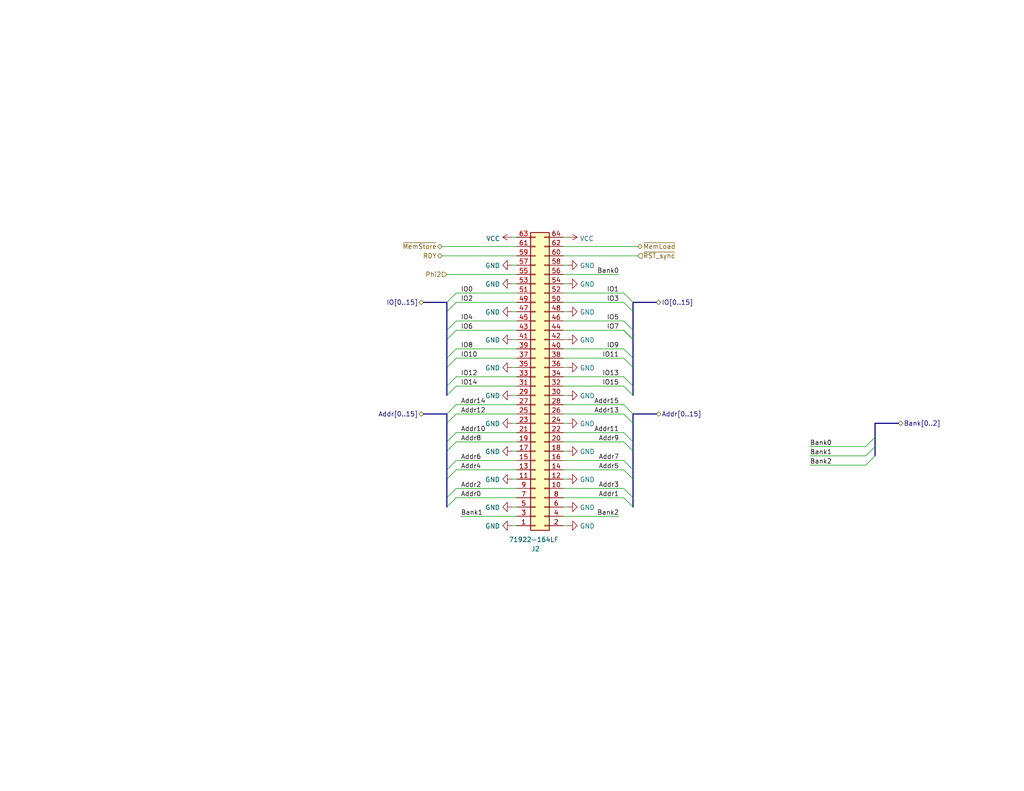
<source format=kicad_sch>
(kicad_sch (version 20230121) (generator eeschema)
  (paper "USLetter")
  (title_block (title "System Bus Connector") (date "2022-04-12") (rev "A (584b6b4f)") (comment 4 "Peripheral devices on separate boards connect to the system bus here."))
  (lib_symbols
    (symbol "Connector_Generic:Conn_02x32_Odd_Even" (pin_names (offset 1.016) hide)
      (property "Reference" "J" (at 1.27 40.64 0))
      (property "Value" "Conn_02x32_Odd_Even" (at 1.27 -43.18 0))
      (symbol "Conn_02x32_Odd_Even_1_1"
        (rectangle (start -1.27 -40.513) (end 0 -40.767) (stroke (width 0.1524)))
        (rectangle (start -1.27 -37.973) (end 0 -38.227) (stroke (width 0.1524)))
        (rectangle (start -1.27 -35.433) (end 0 -35.687) (stroke (width 0.1524)))
        (rectangle (start -1.27 -32.893) (end 0 -33.147) (stroke (width 0.1524)))
        (rectangle (start -1.27 -30.353) (end 0 -30.607) (stroke (width 0.1524)))
        (rectangle (start -1.27 -27.813) (end 0 -28.067) (stroke (width 0.1524)))
        (rectangle (start -1.27 -25.273) (end 0 -25.527) (stroke (width 0.1524)))
        (rectangle (start -1.27 -22.733) (end 0 -22.987) (stroke (width 0.1524)))
        (rectangle (start -1.27 -20.193) (end 0 -20.447) (stroke (width 0.1524)))
        (rectangle (start -1.27 -17.653) (end 0 -17.907) (stroke (width 0.1524)))
        (rectangle (start -1.27 -15.113) (end 0 -15.367) (stroke (width 0.1524)))
        (rectangle (start -1.27 -12.573) (end 0 -12.827) (stroke (width 0.1524)))
        (rectangle (start -1.27 -10.033) (end 0 -10.287) (stroke (width 0.1524)))
        (rectangle (start -1.27 -7.493) (end 0 -7.747) (stroke (width 0.1524)))
        (rectangle (start -1.27 -4.953) (end 0 -5.207) (stroke (width 0.1524)))
        (rectangle (start -1.27 -2.413) (end 0 -2.667) (stroke (width 0.1524)))
        (rectangle (start -1.27 0.127) (end 0 -0.127) (stroke (width 0.1524)))
        (rectangle (start -1.27 2.667) (end 0 2.413) (stroke (width 0.1524)))
        (rectangle (start -1.27 5.207) (end 0 4.953) (stroke (width 0.1524)))
        (rectangle (start -1.27 7.747) (end 0 7.493) (stroke (width 0.1524)))
        (rectangle (start -1.27 10.287) (end 0 10.033) (stroke (width 0.1524)))
        (rectangle (start -1.27 12.827) (end 0 12.573) (stroke (width 0.1524)))
        (rectangle (start -1.27 15.367) (end 0 15.113) (stroke (width 0.1524)))
        (rectangle (start -1.27 17.907) (end 0 17.653) (stroke (width 0.1524)))
        (rectangle (start -1.27 20.447) (end 0 20.193) (stroke (width 0.1524)))
        (rectangle (start -1.27 22.987) (end 0 22.733) (stroke (width 0.1524)))
        (rectangle (start -1.27 25.527) (end 0 25.273) (stroke (width 0.1524)))
        (rectangle (start -1.27 28.067) (end 0 27.813) (stroke (width 0.1524)))
        (rectangle (start -1.27 30.607) (end 0 30.353) (stroke (width 0.1524)))
        (rectangle (start -1.27 33.147) (end 0 32.893) (stroke (width 0.1524)))
        (rectangle (start -1.27 35.687) (end 0 35.433) (stroke (width 0.1524)))
        (rectangle (start -1.27 38.227) (end 0 37.973) (stroke (width 0.1524)))
        (rectangle (start -1.27 39.37) (end 3.81 -41.91) (stroke (width 0.254)) (fill (type background)))
        (rectangle (start 3.81 -40.513) (end 2.54 -40.767) (stroke (width 0.1524)))
        (rectangle (start 3.81 -37.973) (end 2.54 -38.227) (stroke (width 0.1524)))
        (rectangle (start 3.81 -35.433) (end 2.54 -35.687) (stroke (width 0.1524)))
        (rectangle (start 3.81 -32.893) (end 2.54 -33.147) (stroke (width 0.1524)))
        (rectangle (start 3.81 -30.353) (end 2.54 -30.607) (stroke (width 0.1524)))
        (rectangle (start 3.81 -27.813) (end 2.54 -28.067) (stroke (width 0.1524)))
        (rectangle (start 3.81 -25.273) (end 2.54 -25.527) (stroke (width 0.1524)))
        (rectangle (start 3.81 -22.733) (end 2.54 -22.987) (stroke (width 0.1524)))
        (rectangle (start 3.81 -20.193) (end 2.54 -20.447) (stroke (width 0.1524)))
        (rectangle (start 3.81 -17.653) (end 2.54 -17.907) (stroke (width 0.1524)))
        (rectangle (start 3.81 -15.113) (end 2.54 -15.367) (stroke (width 0.1524)))
        (rectangle (start 3.81 -12.573) (end 2.54 -12.827) (stroke (width 0.1524)))
        (rectangle (start 3.81 -10.033) (end 2.54 -10.287) (stroke (width 0.1524)))
        (rectangle (start 3.81 -7.493) (end 2.54 -7.747) (stroke (width 0.1524)))
        (rectangle (start 3.81 -4.953) (end 2.54 -5.207) (stroke (width 0.1524)))
        (rectangle (start 3.81 -2.413) (end 2.54 -2.667) (stroke (width 0.1524)))
        (rectangle (start 3.81 0.127) (end 2.54 -0.127) (stroke (width 0.1524)))
        (rectangle (start 3.81 2.667) (end 2.54 2.413) (stroke (width 0.1524)))
        (rectangle (start 3.81 5.207) (end 2.54 4.953) (stroke (width 0.1524)))
        (rectangle (start 3.81 7.747) (end 2.54 7.493) (stroke (width 0.1524)))
        (rectangle (start 3.81 10.287) (end 2.54 10.033) (stroke (width 0.1524)))
        (rectangle (start 3.81 12.827) (end 2.54 12.573) (stroke (width 0.1524)))
        (rectangle (start 3.81 15.367) (end 2.54 15.113) (stroke (width 0.1524)))
        (rectangle (start 3.81 17.907) (end 2.54 17.653) (stroke (width 0.1524)))
        (rectangle (start 3.81 20.447) (end 2.54 20.193) (stroke (width 0.1524)))
        (rectangle (start 3.81 22.987) (end 2.54 22.733) (stroke (width 0.1524)))
        (rectangle (start 3.81 25.527) (end 2.54 25.273) (stroke (width 0.1524)))
        (rectangle (start 3.81 28.067) (end 2.54 27.813) (stroke (width 0.1524)))
        (rectangle (start 3.81 30.607) (end 2.54 30.353) (stroke (width 0.1524)))
        (rectangle (start 3.81 33.147) (end 2.54 32.893) (stroke (width 0.1524)))
        (rectangle (start 3.81 35.687) (end 2.54 35.433) (stroke (width 0.1524)))
        (rectangle (start 3.81 38.227) (end 2.54 37.973) (stroke (width 0.1524)))
        (pin passive line (at -5.08 38.1 0) (length 3.81) (name "Pin_1") (number "1"))
        (pin passive line (at 7.62 27.94 180) (length 3.81) (name "Pin_10") (number "10"))
        (pin passive line (at -5.08 25.4 0) (length 3.81) (name "Pin_11") (number "11"))
        (pin passive line (at 7.62 25.4 180) (length 3.81) (name "Pin_12") (number "12"))
        (pin passive line (at -5.08 22.86 0) (length 3.81) (name "Pin_13") (number "13"))
        (pin passive line (at 7.62 22.86 180) (length 3.81) (name "Pin_14") (number "14"))
        (pin passive line (at -5.08 20.32 0) (length 3.81) (name "Pin_15") (number "15"))
        (pin passive line (at 7.62 20.32 180) (length 3.81) (name "Pin_16") (number "16"))
        (pin passive line (at -5.08 17.78 0) (length 3.81) (name "Pin_17") (number "17"))
        (pin passive line (at 7.62 17.78 180) (length 3.81) (name "Pin_18") (number "18"))
        (pin passive line (at -5.08 15.24 0) (length 3.81) (name "Pin_19") (number "19"))
        (pin passive line (at 7.62 38.1 180) (length 3.81) (name "Pin_2") (number "2"))
        (pin passive line (at 7.62 15.24 180) (length 3.81) (name "Pin_20") (number "20"))
        (pin passive line (at -5.08 12.7 0) (length 3.81) (name "Pin_21") (number "21"))
        (pin passive line (at 7.62 12.7 180) (length 3.81) (name "Pin_22") (number "22"))
        (pin passive line (at -5.08 10.16 0) (length 3.81) (name "Pin_23") (number "23"))
        (pin passive line (at 7.62 10.16 180) (length 3.81) (name "Pin_24") (number "24"))
        (pin passive line (at -5.08 7.62 0) (length 3.81) (name "Pin_25") (number "25"))
        (pin passive line (at 7.62 7.62 180) (length 3.81) (name "Pin_26") (number "26"))
        (pin passive line (at -5.08 5.08 0) (length 3.81) (name "Pin_27") (number "27"))
        (pin passive line (at 7.62 5.08 180) (length 3.81) (name "Pin_28") (number "28"))
        (pin passive line (at -5.08 2.54 0) (length 3.81) (name "Pin_29") (number "29"))
        (pin passive line (at -5.08 35.56 0) (length 3.81) (name "Pin_3") (number "3"))
        (pin passive line (at 7.62 2.54 180) (length 3.81) (name "Pin_30") (number "30"))
        (pin passive line (at -5.08 0 0) (length 3.81) (name "Pin_31") (number "31"))
        (pin passive line (at 7.62 0 180) (length 3.81) (name "Pin_32") (number "32"))
        (pin passive line (at -5.08 -2.54 0) (length 3.81) (name "Pin_33") (number "33"))
        (pin passive line (at 7.62 -2.54 180) (length 3.81) (name "Pin_34") (number "34"))
        (pin passive line (at -5.08 -5.08 0) (length 3.81) (name "Pin_35") (number "35"))
        (pin passive line (at 7.62 -5.08 180) (length 3.81) (name "Pin_36") (number "36"))
        (pin passive line (at -5.08 -7.62 0) (length 3.81) (name "Pin_37") (number "37"))
        (pin passive line (at 7.62 -7.62 180) (length 3.81) (name "Pin_38") (number "38"))
        (pin passive line (at -5.08 -10.16 0) (length 3.81) (name "Pin_39") (number "39"))
        (pin passive line (at 7.62 35.56 180) (length 3.81) (name "Pin_4") (number "4"))
        (pin passive line (at 7.62 -10.16 180) (length 3.81) (name "Pin_40") (number "40"))
        (pin passive line (at -5.08 -12.7 0) (length 3.81) (name "Pin_41") (number "41"))
        (pin passive line (at 7.62 -12.7 180) (length 3.81) (name "Pin_42") (number "42"))
        (pin passive line (at -5.08 -15.24 0) (length 3.81) (name "Pin_43") (number "43"))
        (pin passive line (at 7.62 -15.24 180) (length 3.81) (name "Pin_44") (number "44"))
        (pin passive line (at -5.08 -17.78 0) (length 3.81) (name "Pin_45") (number "45"))
        (pin passive line (at 7.62 -17.78 180) (length 3.81) (name "Pin_46") (number "46"))
        (pin passive line (at -5.08 -20.32 0) (length 3.81) (name "Pin_47") (number "47"))
        (pin passive line (at 7.62 -20.32 180) (length 3.81) (name "Pin_48") (number "48"))
        (pin passive line (at -5.08 -22.86 0) (length 3.81) (name "Pin_49") (number "49"))
        (pin passive line (at -5.08 33.02 0) (length 3.81) (name "Pin_5") (number "5"))
        (pin passive line (at 7.62 -22.86 180) (length 3.81) (name "Pin_50") (number "50"))
        (pin passive line (at -5.08 -25.4 0) (length 3.81) (name "Pin_51") (number "51"))
        (pin passive line (at 7.62 -25.4 180) (length 3.81) (name "Pin_52") (number "52"))
        (pin passive line (at -5.08 -27.94 0) (length 3.81) (name "Pin_53") (number "53"))
        (pin passive line (at 7.62 -27.94 180) (length 3.81) (name "Pin_54") (number "54"))
        (pin passive line (at -5.08 -30.48 0) (length 3.81) (name "Pin_55") (number "55"))
        (pin passive line (at 7.62 -30.48 180) (length 3.81) (name "Pin_56") (number "56"))
        (pin passive line (at -5.08 -33.02 0) (length 3.81) (name "Pin_57") (number "57"))
        (pin passive line (at 7.62 -33.02 180) (length 3.81) (name "Pin_58") (number "58"))
        (pin passive line (at -5.08 -35.56 0) (length 3.81) (name "Pin_59") (number "59"))
        (pin passive line (at 7.62 33.02 180) (length 3.81) (name "Pin_6") (number "6"))
        (pin passive line (at 7.62 -35.56 180) (length 3.81) (name "Pin_60") (number "60"))
        (pin passive line (at -5.08 -38.1 0) (length 3.81) (name "Pin_61") (number "61"))
        (pin passive line (at 7.62 -38.1 180) (length 3.81) (name "Pin_62") (number "62"))
        (pin passive line (at -5.08 -40.64 0) (length 3.81) (name "Pin_63") (number "63"))
        (pin passive line (at 7.62 -40.64 180) (length 3.81) (name "Pin_64") (number "64"))
        (pin passive line (at -5.08 30.48 0) (length 3.81) (name "Pin_7") (number "7"))
        (pin passive line (at 7.62 30.48 180) (length 3.81) (name "Pin_8") (number "8"))
        (pin passive line (at -5.08 27.94 0) (length 3.81) (name "Pin_9") (number "9"))
      )
    )
    (symbol "power:GND" (power) (pin_names (offset 0))
      (property "Value" "GND" (at 0 -3.81 0))
      (symbol "GND_0_1"
        (polyline (pts (xy 0 0) (xy 0 -1.27) (xy 1.27 -1.27) (xy 0 -2.54) (xy -1.27 -1.27) (xy 0 -1.27)))
      )
      (symbol "GND_1_1"
        (pin power_in line (at 0 0 270) (length 0) hide (name "GND") (number "1"))
      )
    )
    (symbol "power:VCC" (power) (pin_names (offset 0))
      (property "Value" "VCC" (at 0 3.81 0))
      (symbol "VCC_0_1"
        (polyline (pts (xy -0.762 1.27) (xy 0 2.54)))
        (polyline (pts (xy 0 0) (xy 0 2.54)))
        (polyline (pts (xy 0 2.54) (xy 0.762 1.27)))
      )
      (symbol "VCC_1_1"
        (pin power_in line (at 0 0 90) (length 0) hide (name "VCC") (number "1"))
      )
    )
  )
  (bus_entry (at 124.46 102.87) (size -2.54 2.54))
  (bus_entry (at 170.18 80.01) (size 2.54 2.54))
  (bus_entry (at 172.72 130.81) (size -2.54 -2.54))
  (bus_entry (at 124.46 110.49) (size -2.54 2.54))
  (bus_entry (at 172.72 120.65) (size -2.54 -2.54))
  (bus_entry (at 124.46 82.55) (size -2.54 2.54))
  (bus_entry (at 124.46 133.35) (size -2.54 2.54))
  (bus_entry (at 236.22 124.46) (size 2.54 -2.54))
  (bus_entry (at 172.72 123.19) (size -2.54 -2.54))
  (bus_entry (at 170.18 90.17) (size 2.54 2.54))
  (bus_entry (at 124.46 87.63) (size -2.54 2.54))
  (bus_entry (at 172.72 135.89) (size -2.54 -2.54))
  (bus_entry (at 170.18 90.17) (size 2.54 2.54))
  (bus_entry (at 172.72 115.57) (size -2.54 -2.54))
  (bus_entry (at 170.18 102.87) (size 2.54 2.54))
  (bus_entry (at 124.46 135.89) (size -2.54 2.54))
  (bus_entry (at 124.46 113.03) (size -2.54 2.54))
  (bus_entry (at 124.46 105.41) (size -2.54 2.54))
  (bus_entry (at 170.18 87.63) (size 2.54 2.54))
  (bus_entry (at 170.18 95.25) (size 2.54 2.54))
  (bus_entry (at 124.46 118.11) (size -2.54 2.54))
  (bus_entry (at 124.46 97.79) (size -2.54 2.54))
  (bus_entry (at 236.22 127) (size 2.54 -2.54))
  (bus_entry (at 124.46 125.73) (size -2.54 2.54))
  (bus_entry (at 172.72 138.43) (size -2.54 -2.54))
  (bus_entry (at 236.22 121.92) (size 2.54 -2.54))
  (bus_entry (at 170.18 105.41) (size 2.54 2.54))
  (bus_entry (at 172.72 113.03) (size -2.54 -2.54))
  (bus_entry (at 124.46 95.25) (size -2.54 2.54))
  (bus_entry (at 170.18 82.55) (size 2.54 2.54))
  (bus_entry (at 124.46 128.27) (size -2.54 2.54))
  (bus_entry (at 124.46 120.65) (size -2.54 2.54))
  (bus_entry (at 170.18 97.79) (size 2.54 2.54))
  (bus_entry (at 172.72 128.27) (size -2.54 -2.54))
  (bus_entry (at 124.46 90.17) (size -2.54 2.54))
  (bus_entry (at 124.46 80.01) (size -2.54 2.54))
  (wire (pts (xy 124.46 118.11) (xy 140.97 118.11)))
  (bus (pts (xy 172.72 130.81) (xy 172.72 135.89)))
  (wire (pts (xy 154.94 100.33) (xy 153.67 100.33)))
  (bus (pts (xy 121.92 85.09) (xy 121.92 90.17)))
  (wire (pts (xy 153.67 105.41) (xy 170.18 105.41)))
  (wire (pts (xy 153.67 102.87) (xy 170.18 102.87)))
  (bus (pts (xy 121.92 97.79) (xy 121.92 100.33)))
  (wire (pts (xy 170.18 125.73) (xy 153.67 125.73)))
  (wire (pts (xy 125.73 140.97) (xy 140.97 140.97)))
  (bus (pts (xy 121.92 120.65) (xy 121.92 123.19)))
  (bus (pts (xy 172.72 113.03) (xy 172.72 115.57)))
  (wire (pts (xy 124.46 82.55) (xy 140.97 82.55)))
  (bus (pts (xy 172.72 135.89) (xy 172.72 138.43)))
  (wire (pts (xy 220.98 124.46) (xy 236.22 124.46)))
  (wire (pts (xy 139.7 64.77) (xy 140.97 64.77)))
  (bus (pts (xy 172.72 123.19) (xy 172.72 128.27)))
  (bus (pts (xy 121.92 135.89) (xy 121.92 138.43)))
  (wire (pts (xy 154.94 123.19) (xy 153.67 123.19)))
  (wire (pts (xy 124.46 120.65) (xy 140.97 120.65)))
  (bus (pts (xy 179.07 113.03) (xy 172.72 113.03)))
  (wire (pts (xy 124.46 97.79) (xy 140.97 97.79)))
  (wire (pts (xy 139.7 130.81) (xy 140.97 130.81)))
  (wire (pts (xy 139.7 115.57) (xy 140.97 115.57)))
  (wire (pts (xy 124.46 102.87) (xy 140.97 102.87)))
  (wire (pts (xy 124.46 87.63) (xy 140.97 87.63)))
  (wire (pts (xy 124.46 80.01) (xy 140.97 80.01)))
  (bus (pts (xy 179.07 82.55) (xy 172.72 82.55)))
  (bus (pts (xy 121.92 92.71) (xy 121.92 97.79)))
  (wire (pts (xy 220.98 127) (xy 236.22 127)))
  (bus (pts (xy 172.72 97.79) (xy 172.72 100.33)))
  (bus (pts (xy 121.92 90.17) (xy 121.92 92.71)))
  (bus (pts (xy 121.92 130.81) (xy 121.92 135.89)))
  (bus (pts (xy 115.57 113.03) (xy 121.92 113.03)))
  (wire (pts (xy 121.92 74.93) (xy 140.97 74.93)))
  (wire (pts (xy 170.18 135.89) (xy 153.67 135.89)))
  (wire (pts (xy 140.97 125.73) (xy 124.46 125.73)))
  (wire (pts (xy 139.7 143.51) (xy 140.97 143.51)))
  (wire (pts (xy 139.7 123.19) (xy 140.97 123.19)))
  (wire (pts (xy 139.7 85.09) (xy 140.97 85.09)))
  (bus (pts (xy 172.72 100.33) (xy 172.72 105.41)))
  (wire (pts (xy 153.67 118.11) (xy 170.18 118.11)))
  (bus (pts (xy 121.92 100.33) (xy 121.92 105.41)))
  (wire (pts (xy 154.94 107.95) (xy 153.67 107.95)))
  (bus (pts (xy 172.72 120.65) (xy 172.72 123.19)))
  (wire (pts (xy 154.94 85.09) (xy 153.67 85.09)))
  (wire (pts (xy 153.67 128.27) (xy 170.18 128.27)))
  (wire (pts (xy 139.7 100.33) (xy 140.97 100.33)))
  (bus (pts (xy 172.72 115.57) (xy 172.72 120.65)))
  (bus (pts (xy 115.57 82.55) (xy 121.92 82.55)))
  (wire (pts (xy 170.18 110.49) (xy 153.67 110.49)))
  (wire (pts (xy 124.46 110.49) (xy 140.97 110.49)))
  (wire (pts (xy 153.67 90.17) (xy 170.18 90.17)))
  (wire (pts (xy 139.7 138.43) (xy 140.97 138.43)))
  (wire (pts (xy 170.18 133.35) (xy 153.67 133.35)))
  (bus (pts (xy 238.76 115.57) (xy 238.76 119.38)))
  (wire (pts (xy 153.67 95.25) (xy 170.18 95.25)))
  (bus (pts (xy 121.92 113.03) (xy 121.92 115.57)))
  (wire (pts (xy 170.18 113.03) (xy 153.67 113.03)))
  (wire (pts (xy 124.46 95.25) (xy 140.97 95.25)))
  (wire (pts (xy 153.67 64.77) (xy 154.94 64.77)))
  (wire (pts (xy 170.18 80.01) (xy 153.67 80.01)))
  (wire (pts (xy 139.7 72.39) (xy 140.97 72.39)))
  (wire (pts (xy 124.46 133.35) (xy 140.97 133.35)))
  (wire (pts (xy 120.65 67.31) (xy 140.97 67.31)))
  (wire (pts (xy 154.94 72.39) (xy 153.67 72.39)))
  (bus (pts (xy 172.72 105.41) (xy 172.72 107.95)))
  (wire (pts (xy 153.67 97.79) (xy 170.18 97.79)))
  (wire (pts (xy 139.7 92.71) (xy 140.97 92.71)))
  (wire (pts (xy 154.94 92.71) (xy 153.67 92.71)))
  (wire (pts (xy 140.97 135.89) (xy 124.46 135.89)))
  (bus (pts (xy 172.72 82.55) (xy 172.72 85.09)))
  (bus (pts (xy 121.92 105.41) (xy 121.92 107.95)))
  (wire (pts (xy 153.67 69.85) (xy 173.99 69.85)))
  (bus (pts (xy 238.76 121.92) (xy 238.76 124.46)))
  (bus (pts (xy 121.92 115.57) (xy 121.92 120.65)))
  (wire (pts (xy 173.99 67.31) (xy 153.67 67.31)))
  (wire (pts (xy 154.94 130.81) (xy 153.67 130.81)))
  (wire (pts (xy 139.7 107.95) (xy 140.97 107.95)))
  (wire (pts (xy 124.46 128.27) (xy 140.97 128.27)))
  (wire (pts (xy 140.97 113.03) (xy 124.46 113.03)))
  (bus (pts (xy 172.72 92.71) (xy 172.72 97.79)))
  (bus (pts (xy 172.72 90.17) (xy 172.72 92.71)))
  (bus (pts (xy 172.72 85.09) (xy 172.72 90.17)))
  (wire (pts (xy 170.18 120.65) (xy 153.67 120.65)))
  (bus (pts (xy 238.76 119.38) (xy 238.76 121.92)))
  (wire (pts (xy 154.94 77.47) (xy 153.67 77.47)))
  (wire (pts (xy 124.46 105.41) (xy 140.97 105.41)))
  (wire (pts (xy 153.67 87.63) (xy 170.18 87.63)))
  (wire (pts (xy 154.94 143.51) (xy 153.67 143.51)))
  (wire (pts (xy 170.18 82.55) (xy 153.67 82.55)))
  (bus (pts (xy 245.11 115.57) (xy 238.76 115.57)))
  (bus (pts (xy 121.92 123.19) (xy 121.92 128.27)))
  (wire (pts (xy 220.98 121.92) (xy 236.22 121.92)))
  (wire (pts (xy 124.46 90.17) (xy 140.97 90.17)))
  (wire (pts (xy 120.65 69.85) (xy 140.97 69.85)))
  (wire (pts (xy 154.94 138.43) (xy 153.67 138.43)))
  (wire (pts (xy 154.94 115.57) (xy 153.67 115.57)))
  (wire (pts (xy 168.91 140.97) (xy 153.67 140.97)))
  (bus (pts (xy 121.92 82.55) (xy 121.92 85.09)))
  (bus (pts (xy 121.92 128.27) (xy 121.92 130.81)))
  (bus (pts (xy 172.72 128.27) (xy 172.72 130.81)))
  (wire (pts (xy 139.7 77.47) (xy 140.97 77.47)))
  (wire (pts (xy 168.91 74.93) (xy 153.67 74.93)))
  (label "Bank0" (at 168.91 74.93 180))
  (label "Bank1" (at 125.73 140.97 0))
  (label "Addr13" (at 168.91 113.03 180))
  (label "Addr4" (at 125.73 128.27 0))
  (label "IO10" (at 125.73 97.79 0))
  (label "IO6" (at 125.73 90.17 0))
  (label "Bank2" (at 168.91 140.97 180))
  (label "Addr8" (at 125.73 120.65 0))
  (label "Addr7" (at 168.91 125.73 180))
  (label "IO7" (at 168.91 90.17 180))
  (label "Addr1" (at 168.91 135.89 180))
  (label "Addr5" (at 168.91 128.27 180))
  (label "IO0" (at 125.73 80.01 0))
  (label "Addr15" (at 168.91 110.49 180))
  (label "Addr14" (at 125.73 110.49 0))
  (label "Addr9" (at 168.91 120.65 180))
  (label "IO5" (at 168.91 87.63 180))
  (label "IO15" (at 168.91 105.41 180))
  (label "Addr12" (at 125.73 113.03 0))
  (label "Addr0" (at 125.73 135.89 0))
  (label "IO2" (at 125.73 82.55 0))
  (label "IO9" (at 168.91 95.25 180))
  (label "Bank1" (at 220.98 124.46 0))
  (label "IO11" (at 168.91 97.79 180))
  (label "Addr6" (at 125.73 125.73 0))
  (label "IO13" (at 168.91 102.87 180))
  (label "IO4" (at 125.73 87.63 0))
  (label "Bank2" (at 220.98 127 0))
  (label "IO3" (at 168.91 82.55 180))
  (label "IO8" (at 125.73 95.25 0))
  (label "IO14" (at 125.73 105.41 0))
  (label "Addr10" (at 125.73 118.11 0))
  (label "Addr3" (at 168.91 133.35 180))
  (label "Bank0" (at 220.98 121.92 0))
  (label "IO12" (at 125.73 102.87 0))
  (label "Addr2" (at 125.73 133.35 0))
  (label "Addr11" (at 168.91 118.11 180))
  (label "IO1" (at 168.91 80.01 180))
  (hierarchical_label "~{MemStore}" (shape tri_state) (at 120.65 67.31 180))
  (hierarchical_label "~{RST_sync}" (shape input) (at 173.99 69.85 0))
  (hierarchical_label "RDY" (shape bidirectional) (at 120.65 69.85 180))
  (hierarchical_label "IO[0..15]" (shape tri_state) (at 179.07 82.55 0))
  (hierarchical_label "Addr[0..15]" (shape tri_state) (at 115.57 113.03 180))
  (hierarchical_label "~{MemLoad}" (shape tri_state) (at 173.99 67.31 0))
  (hierarchical_label "IO[0..15]" (shape tri_state) (at 115.57 82.55 180))
  (hierarchical_label "Addr[0..15]" (shape tri_state) (at 179.07 113.03 0))
  (hierarchical_label "Bank[0..2]" (shape tri_state) (at 245.11 115.57 0))
  (hierarchical_label "Phi2" (shape input) (at 121.92 74.93 180))
  (symbol (lib_id "Connector_Generic:Conn_02x32_Odd_Even") (at 146.05 105.41 0) (mirror x) (unit 1)
    (property "Reference" "J2" (at 147.32 149.86 0) (effects (justify right)))
    (property "Value" "71922-164LF" (at 152.4 147.32 0) (effects (justify right)))
    (property "Footprint" "Connector_IDC:IDC-Header_2x32_P2.54mm_Horizontal" (effects hide))
    (property "Mouser" "https://www.mouser.com/ProductDetail/Amphenol-FCI/71922-164LF?qs=sGAEpiMZZMtXHE36kCvv3%2FocQ30y1qC0" (effects hide))
  )
  (symbol (lib_id "power:GND") (at 154.94 138.43 90) (mirror x) (unit 1)
    (property "Reference" "#PWR034" (effects hide))
    (property "Value" "GND" (at 158.1912 138.557 90) (effects (justify right)))
  )
  (symbol (lib_id "power:GND") (at 139.7 72.39 270) (unit 1)
    (property "Reference" "#PWR013" (effects hide))
    (property "Value" "GND" (at 136.4488 72.517 90) (effects (justify right)))
  )
  (symbol (lib_id "power:GND") (at 154.94 85.09 90) (mirror x) (unit 1)
    (property "Reference" "#PWR027" (effects hide))
    (property "Value" "GND" (at 158.1912 85.217 90) (effects (justify right)))
  )
  (symbol (lib_id "power:GND") (at 139.7 85.09 270) (unit 1)
    (property "Reference" "#PWR015" (effects hide))
    (property "Value" "GND" (at 136.4488 85.217 90) (effects (justify right)))
  )
  (symbol (lib_id "power:VCC") (at 154.94 64.77 270) (unit 1)
    (property "Reference" "#PWR024" (effects hide))
    (property "Value" "VCC" (at 158.1912 65.151 90) (effects (justify left)))
  )
  (symbol (lib_id "power:VCC") (at 139.7 64.77 90) (mirror x) (unit 1)
    (property "Reference" "#PWR012" (effects hide))
    (property "Value" "VCC" (at 136.4742 65.151 90) (effects (justify left)))
  )
  (symbol (lib_id "power:GND") (at 139.7 123.19 270) (unit 1)
    (property "Reference" "#PWR020" (effects hide))
    (property "Value" "GND" (at 136.4488 123.317 90) (effects (justify right)))
  )
  (symbol (lib_id "power:GND") (at 139.7 138.43 270) (unit 1)
    (property "Reference" "#PWR022" (effects hide))
    (property "Value" "GND" (at 136.4488 138.557 90) (effects (justify right)))
  )
  (symbol (lib_id "power:GND") (at 139.7 115.57 270) (unit 1)
    (property "Reference" "#PWR019" (effects hide))
    (property "Value" "GND" (at 136.4488 115.697 90) (effects (justify right)))
  )
  (symbol (lib_id "power:GND") (at 154.94 92.71 90) (mirror x) (unit 1)
    (property "Reference" "#PWR028" (effects hide))
    (property "Value" "GND" (at 158.1912 92.837 90) (effects (justify right)))
  )
  (symbol (lib_id "power:GND") (at 139.7 92.71 270) (unit 1)
    (property "Reference" "#PWR016" (effects hide))
    (property "Value" "GND" (at 136.4488 92.837 90) (effects (justify right)))
  )
  (symbol (lib_id "power:GND") (at 139.7 130.81 270) (unit 1)
    (property "Reference" "#PWR021" (effects hide))
    (property "Value" "GND" (at 136.4488 130.937 90) (effects (justify right)))
  )
  (symbol (lib_id "power:GND") (at 154.94 72.39 90) (mirror x) (unit 1)
    (property "Reference" "#PWR025" (effects hide))
    (property "Value" "GND" (at 158.1912 72.517 90) (effects (justify right)))
  )
  (symbol (lib_id "power:GND") (at 154.94 115.57 90) (mirror x) (unit 1)
    (property "Reference" "#PWR031" (effects hide))
    (property "Value" "GND" (at 158.1912 115.697 90) (effects (justify right)))
  )
  (symbol (lib_id "power:GND") (at 154.94 123.19 90) (mirror x) (unit 1)
    (property "Reference" "#PWR032" (effects hide))
    (property "Value" "GND" (at 158.1912 123.317 90) (effects (justify right)))
  )
  (symbol (lib_id "power:GND") (at 154.94 130.81 90) (mirror x) (unit 1)
    (property "Reference" "#PWR033" (effects hide))
    (property "Value" "GND" (at 158.1912 130.937 90) (effects (justify right)))
  )
  (symbol (lib_id "power:GND") (at 139.7 77.47 270) (unit 1)
    (property "Reference" "#PWR014" (effects hide))
    (property "Value" "GND" (at 136.4488 77.597 90) (effects (justify right)))
  )
  (symbol (lib_id "power:GND") (at 154.94 77.47 90) (mirror x) (unit 1)
    (property "Reference" "#PWR026" (effects hide))
    (property "Value" "GND" (at 158.1912 77.597 90) (effects (justify right)))
  )
  (symbol (lib_id "power:GND") (at 139.7 100.33 270) (unit 1)
    (property "Reference" "#PWR017" (effects hide))
    (property "Value" "GND" (at 136.4488 100.457 90) (effects (justify right)))
  )
  (symbol (lib_id "power:GND") (at 139.7 107.95 270) (unit 1)
    (property "Reference" "#PWR018" (effects hide))
    (property "Value" "GND" (at 136.4488 108.077 90) (effects (justify right)))
  )
  (symbol (lib_id "power:GND") (at 154.94 100.33 90) (mirror x) (unit 1)
    (property "Reference" "#PWR029" (effects hide))
    (property "Value" "GND" (at 158.1912 100.457 90) (effects (justify right)))
  )
  (symbol (lib_id "power:GND") (at 154.94 107.95 90) (mirror x) (unit 1)
    (property "Reference" "#PWR030" (effects hide))
    (property "Value" "GND" (at 158.1912 108.077 90) (effects (justify right)))
  )
  (symbol (lib_id "power:GND") (at 154.94 143.51 90) (mirror x) (unit 1)
    (property "Reference" "#PWR035" (effects hide))
    (property "Value" "GND" (at 158.1912 143.637 90) (effects (justify right)))
  )
  (symbol (lib_id "power:GND") (at 139.7 143.51 270) (unit 1)
    (property "Reference" "#PWR023" (effects hide))
    (property "Value" "GND" (at 136.4488 143.637 90) (effects (justify right)))
  )
)
</source>
